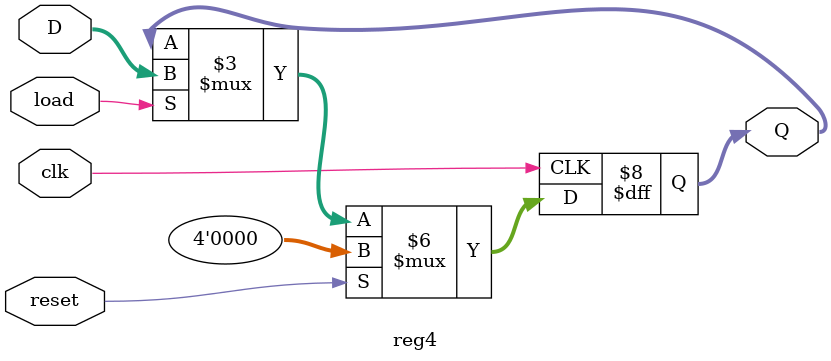
<source format=v>
module reg4 (input clk, reset, load,
             input [3:0] D,
             output reg [3:0] Q);

always @(posedge clk) begin
    if (reset)
    Q <= 0;
    else if (load)
    Q <= D; 
    else
    Q <= Q;
end
    
endmodule
</source>
